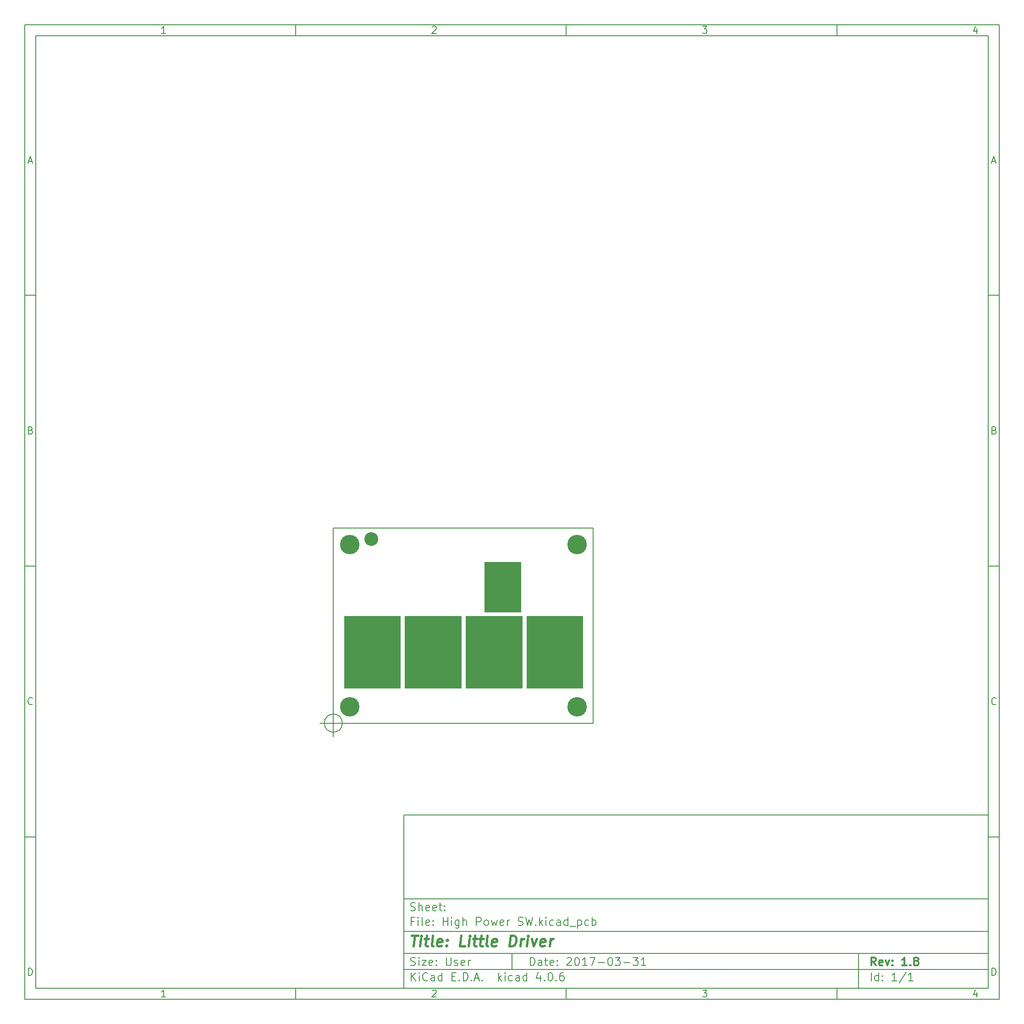
<source format=gbr>
G04 #@! TF.FileFunction,Soldermask,Bot*
%FSLAX46Y46*%
G04 Gerber Fmt 4.6, Leading zero omitted, Abs format (unit mm)*
G04 Created by KiCad (PCBNEW 4.0.6) date 04/01/17 14:44:56*
%MOMM*%
%LPD*%
G01*
G04 APERTURE LIST*
%ADD10C,0.100000*%
%ADD11C,0.150000*%
%ADD12C,0.300000*%
%ADD13C,0.400000*%
%ADD14C,3.600000*%
%ADD15C,2.540000*%
%ADD16R,6.900000X9.400000*%
%ADD17R,1.900000X1.900000*%
%ADD18R,5.400000X5.400000*%
%ADD19R,5.400000X4.400000*%
G04 APERTURE END LIST*
D10*
D11*
X79999600Y-155999600D02*
X79999600Y-187999600D01*
X187999600Y-187999600D01*
X187999600Y-155999600D01*
X79999600Y-155999600D01*
D10*
D11*
X10000000Y-10000000D02*
X10000000Y-189999600D01*
X189999600Y-189999600D01*
X189999600Y-10000000D01*
X10000000Y-10000000D01*
D10*
D11*
X12000000Y-12000000D02*
X12000000Y-187999600D01*
X187999600Y-187999600D01*
X187999600Y-12000000D01*
X12000000Y-12000000D01*
D10*
D11*
X60000000Y-12000000D02*
X60000000Y-10000000D01*
D10*
D11*
X110000000Y-12000000D02*
X110000000Y-10000000D01*
D10*
D11*
X160000000Y-12000000D02*
X160000000Y-10000000D01*
D10*
D11*
X35990476Y-11588095D02*
X35247619Y-11588095D01*
X35619048Y-11588095D02*
X35619048Y-10288095D01*
X35495238Y-10473810D01*
X35371429Y-10597619D01*
X35247619Y-10659524D01*
D10*
D11*
X85247619Y-10411905D02*
X85309524Y-10350000D01*
X85433333Y-10288095D01*
X85742857Y-10288095D01*
X85866667Y-10350000D01*
X85928571Y-10411905D01*
X85990476Y-10535714D01*
X85990476Y-10659524D01*
X85928571Y-10845238D01*
X85185714Y-11588095D01*
X85990476Y-11588095D01*
D10*
D11*
X135185714Y-10288095D02*
X135990476Y-10288095D01*
X135557143Y-10783333D01*
X135742857Y-10783333D01*
X135866667Y-10845238D01*
X135928571Y-10907143D01*
X135990476Y-11030952D01*
X135990476Y-11340476D01*
X135928571Y-11464286D01*
X135866667Y-11526190D01*
X135742857Y-11588095D01*
X135371429Y-11588095D01*
X135247619Y-11526190D01*
X135185714Y-11464286D01*
D10*
D11*
X185866667Y-10721429D02*
X185866667Y-11588095D01*
X185557143Y-10226190D02*
X185247619Y-11154762D01*
X186052381Y-11154762D01*
D10*
D11*
X60000000Y-187999600D02*
X60000000Y-189999600D01*
D10*
D11*
X110000000Y-187999600D02*
X110000000Y-189999600D01*
D10*
D11*
X160000000Y-187999600D02*
X160000000Y-189999600D01*
D10*
D11*
X35990476Y-189587695D02*
X35247619Y-189587695D01*
X35619048Y-189587695D02*
X35619048Y-188287695D01*
X35495238Y-188473410D01*
X35371429Y-188597219D01*
X35247619Y-188659124D01*
D10*
D11*
X85247619Y-188411505D02*
X85309524Y-188349600D01*
X85433333Y-188287695D01*
X85742857Y-188287695D01*
X85866667Y-188349600D01*
X85928571Y-188411505D01*
X85990476Y-188535314D01*
X85990476Y-188659124D01*
X85928571Y-188844838D01*
X85185714Y-189587695D01*
X85990476Y-189587695D01*
D10*
D11*
X135185714Y-188287695D02*
X135990476Y-188287695D01*
X135557143Y-188782933D01*
X135742857Y-188782933D01*
X135866667Y-188844838D01*
X135928571Y-188906743D01*
X135990476Y-189030552D01*
X135990476Y-189340076D01*
X135928571Y-189463886D01*
X135866667Y-189525790D01*
X135742857Y-189587695D01*
X135371429Y-189587695D01*
X135247619Y-189525790D01*
X135185714Y-189463886D01*
D10*
D11*
X185866667Y-188721029D02*
X185866667Y-189587695D01*
X185557143Y-188225790D02*
X185247619Y-189154362D01*
X186052381Y-189154362D01*
D10*
D11*
X10000000Y-60000000D02*
X12000000Y-60000000D01*
D10*
D11*
X10000000Y-110000000D02*
X12000000Y-110000000D01*
D10*
D11*
X10000000Y-160000000D02*
X12000000Y-160000000D01*
D10*
D11*
X10690476Y-35216667D02*
X11309524Y-35216667D01*
X10566667Y-35588095D02*
X11000000Y-34288095D01*
X11433333Y-35588095D01*
D10*
D11*
X11092857Y-84907143D02*
X11278571Y-84969048D01*
X11340476Y-85030952D01*
X11402381Y-85154762D01*
X11402381Y-85340476D01*
X11340476Y-85464286D01*
X11278571Y-85526190D01*
X11154762Y-85588095D01*
X10659524Y-85588095D01*
X10659524Y-84288095D01*
X11092857Y-84288095D01*
X11216667Y-84350000D01*
X11278571Y-84411905D01*
X11340476Y-84535714D01*
X11340476Y-84659524D01*
X11278571Y-84783333D01*
X11216667Y-84845238D01*
X11092857Y-84907143D01*
X10659524Y-84907143D01*
D10*
D11*
X11402381Y-135464286D02*
X11340476Y-135526190D01*
X11154762Y-135588095D01*
X11030952Y-135588095D01*
X10845238Y-135526190D01*
X10721429Y-135402381D01*
X10659524Y-135278571D01*
X10597619Y-135030952D01*
X10597619Y-134845238D01*
X10659524Y-134597619D01*
X10721429Y-134473810D01*
X10845238Y-134350000D01*
X11030952Y-134288095D01*
X11154762Y-134288095D01*
X11340476Y-134350000D01*
X11402381Y-134411905D01*
D10*
D11*
X10659524Y-185588095D02*
X10659524Y-184288095D01*
X10969048Y-184288095D01*
X11154762Y-184350000D01*
X11278571Y-184473810D01*
X11340476Y-184597619D01*
X11402381Y-184845238D01*
X11402381Y-185030952D01*
X11340476Y-185278571D01*
X11278571Y-185402381D01*
X11154762Y-185526190D01*
X10969048Y-185588095D01*
X10659524Y-185588095D01*
D10*
D11*
X189999600Y-60000000D02*
X187999600Y-60000000D01*
D10*
D11*
X189999600Y-110000000D02*
X187999600Y-110000000D01*
D10*
D11*
X189999600Y-160000000D02*
X187999600Y-160000000D01*
D10*
D11*
X188690076Y-35216667D02*
X189309124Y-35216667D01*
X188566267Y-35588095D02*
X188999600Y-34288095D01*
X189432933Y-35588095D01*
D10*
D11*
X189092457Y-84907143D02*
X189278171Y-84969048D01*
X189340076Y-85030952D01*
X189401981Y-85154762D01*
X189401981Y-85340476D01*
X189340076Y-85464286D01*
X189278171Y-85526190D01*
X189154362Y-85588095D01*
X188659124Y-85588095D01*
X188659124Y-84288095D01*
X189092457Y-84288095D01*
X189216267Y-84350000D01*
X189278171Y-84411905D01*
X189340076Y-84535714D01*
X189340076Y-84659524D01*
X189278171Y-84783333D01*
X189216267Y-84845238D01*
X189092457Y-84907143D01*
X188659124Y-84907143D01*
D10*
D11*
X189401981Y-135464286D02*
X189340076Y-135526190D01*
X189154362Y-135588095D01*
X189030552Y-135588095D01*
X188844838Y-135526190D01*
X188721029Y-135402381D01*
X188659124Y-135278571D01*
X188597219Y-135030952D01*
X188597219Y-134845238D01*
X188659124Y-134597619D01*
X188721029Y-134473810D01*
X188844838Y-134350000D01*
X189030552Y-134288095D01*
X189154362Y-134288095D01*
X189340076Y-134350000D01*
X189401981Y-134411905D01*
D10*
D11*
X188659124Y-185588095D02*
X188659124Y-184288095D01*
X188968648Y-184288095D01*
X189154362Y-184350000D01*
X189278171Y-184473810D01*
X189340076Y-184597619D01*
X189401981Y-184845238D01*
X189401981Y-185030952D01*
X189340076Y-185278571D01*
X189278171Y-185402381D01*
X189154362Y-185526190D01*
X188968648Y-185588095D01*
X188659124Y-185588095D01*
D10*
D11*
X103356743Y-183778171D02*
X103356743Y-182278171D01*
X103713886Y-182278171D01*
X103928171Y-182349600D01*
X104071029Y-182492457D01*
X104142457Y-182635314D01*
X104213886Y-182921029D01*
X104213886Y-183135314D01*
X104142457Y-183421029D01*
X104071029Y-183563886D01*
X103928171Y-183706743D01*
X103713886Y-183778171D01*
X103356743Y-183778171D01*
X105499600Y-183778171D02*
X105499600Y-182992457D01*
X105428171Y-182849600D01*
X105285314Y-182778171D01*
X104999600Y-182778171D01*
X104856743Y-182849600D01*
X105499600Y-183706743D02*
X105356743Y-183778171D01*
X104999600Y-183778171D01*
X104856743Y-183706743D01*
X104785314Y-183563886D01*
X104785314Y-183421029D01*
X104856743Y-183278171D01*
X104999600Y-183206743D01*
X105356743Y-183206743D01*
X105499600Y-183135314D01*
X105999600Y-182778171D02*
X106571029Y-182778171D01*
X106213886Y-182278171D02*
X106213886Y-183563886D01*
X106285314Y-183706743D01*
X106428172Y-183778171D01*
X106571029Y-183778171D01*
X107642457Y-183706743D02*
X107499600Y-183778171D01*
X107213886Y-183778171D01*
X107071029Y-183706743D01*
X106999600Y-183563886D01*
X106999600Y-182992457D01*
X107071029Y-182849600D01*
X107213886Y-182778171D01*
X107499600Y-182778171D01*
X107642457Y-182849600D01*
X107713886Y-182992457D01*
X107713886Y-183135314D01*
X106999600Y-183278171D01*
X108356743Y-183635314D02*
X108428171Y-183706743D01*
X108356743Y-183778171D01*
X108285314Y-183706743D01*
X108356743Y-183635314D01*
X108356743Y-183778171D01*
X108356743Y-182849600D02*
X108428171Y-182921029D01*
X108356743Y-182992457D01*
X108285314Y-182921029D01*
X108356743Y-182849600D01*
X108356743Y-182992457D01*
X110142457Y-182421029D02*
X110213886Y-182349600D01*
X110356743Y-182278171D01*
X110713886Y-182278171D01*
X110856743Y-182349600D01*
X110928172Y-182421029D01*
X110999600Y-182563886D01*
X110999600Y-182706743D01*
X110928172Y-182921029D01*
X110071029Y-183778171D01*
X110999600Y-183778171D01*
X111928171Y-182278171D02*
X112071028Y-182278171D01*
X112213885Y-182349600D01*
X112285314Y-182421029D01*
X112356743Y-182563886D01*
X112428171Y-182849600D01*
X112428171Y-183206743D01*
X112356743Y-183492457D01*
X112285314Y-183635314D01*
X112213885Y-183706743D01*
X112071028Y-183778171D01*
X111928171Y-183778171D01*
X111785314Y-183706743D01*
X111713885Y-183635314D01*
X111642457Y-183492457D01*
X111571028Y-183206743D01*
X111571028Y-182849600D01*
X111642457Y-182563886D01*
X111713885Y-182421029D01*
X111785314Y-182349600D01*
X111928171Y-182278171D01*
X113856742Y-183778171D02*
X112999599Y-183778171D01*
X113428171Y-183778171D02*
X113428171Y-182278171D01*
X113285314Y-182492457D01*
X113142456Y-182635314D01*
X112999599Y-182706743D01*
X114356742Y-182278171D02*
X115356742Y-182278171D01*
X114713885Y-183778171D01*
X115928170Y-183206743D02*
X117071027Y-183206743D01*
X118071027Y-182278171D02*
X118213884Y-182278171D01*
X118356741Y-182349600D01*
X118428170Y-182421029D01*
X118499599Y-182563886D01*
X118571027Y-182849600D01*
X118571027Y-183206743D01*
X118499599Y-183492457D01*
X118428170Y-183635314D01*
X118356741Y-183706743D01*
X118213884Y-183778171D01*
X118071027Y-183778171D01*
X117928170Y-183706743D01*
X117856741Y-183635314D01*
X117785313Y-183492457D01*
X117713884Y-183206743D01*
X117713884Y-182849600D01*
X117785313Y-182563886D01*
X117856741Y-182421029D01*
X117928170Y-182349600D01*
X118071027Y-182278171D01*
X119071027Y-182278171D02*
X119999598Y-182278171D01*
X119499598Y-182849600D01*
X119713884Y-182849600D01*
X119856741Y-182921029D01*
X119928170Y-182992457D01*
X119999598Y-183135314D01*
X119999598Y-183492457D01*
X119928170Y-183635314D01*
X119856741Y-183706743D01*
X119713884Y-183778171D01*
X119285312Y-183778171D01*
X119142455Y-183706743D01*
X119071027Y-183635314D01*
X120642455Y-183206743D02*
X121785312Y-183206743D01*
X122356741Y-182278171D02*
X123285312Y-182278171D01*
X122785312Y-182849600D01*
X122999598Y-182849600D01*
X123142455Y-182921029D01*
X123213884Y-182992457D01*
X123285312Y-183135314D01*
X123285312Y-183492457D01*
X123213884Y-183635314D01*
X123142455Y-183706743D01*
X122999598Y-183778171D01*
X122571026Y-183778171D01*
X122428169Y-183706743D01*
X122356741Y-183635314D01*
X124713883Y-183778171D02*
X123856740Y-183778171D01*
X124285312Y-183778171D02*
X124285312Y-182278171D01*
X124142455Y-182492457D01*
X123999597Y-182635314D01*
X123856740Y-182706743D01*
D10*
D11*
X79999600Y-184499600D02*
X187999600Y-184499600D01*
D10*
D11*
X81356743Y-186578171D02*
X81356743Y-185078171D01*
X82213886Y-186578171D02*
X81571029Y-185721029D01*
X82213886Y-185078171D02*
X81356743Y-185935314D01*
X82856743Y-186578171D02*
X82856743Y-185578171D01*
X82856743Y-185078171D02*
X82785314Y-185149600D01*
X82856743Y-185221029D01*
X82928171Y-185149600D01*
X82856743Y-185078171D01*
X82856743Y-185221029D01*
X84428172Y-186435314D02*
X84356743Y-186506743D01*
X84142457Y-186578171D01*
X83999600Y-186578171D01*
X83785315Y-186506743D01*
X83642457Y-186363886D01*
X83571029Y-186221029D01*
X83499600Y-185935314D01*
X83499600Y-185721029D01*
X83571029Y-185435314D01*
X83642457Y-185292457D01*
X83785315Y-185149600D01*
X83999600Y-185078171D01*
X84142457Y-185078171D01*
X84356743Y-185149600D01*
X84428172Y-185221029D01*
X85713886Y-186578171D02*
X85713886Y-185792457D01*
X85642457Y-185649600D01*
X85499600Y-185578171D01*
X85213886Y-185578171D01*
X85071029Y-185649600D01*
X85713886Y-186506743D02*
X85571029Y-186578171D01*
X85213886Y-186578171D01*
X85071029Y-186506743D01*
X84999600Y-186363886D01*
X84999600Y-186221029D01*
X85071029Y-186078171D01*
X85213886Y-186006743D01*
X85571029Y-186006743D01*
X85713886Y-185935314D01*
X87071029Y-186578171D02*
X87071029Y-185078171D01*
X87071029Y-186506743D02*
X86928172Y-186578171D01*
X86642458Y-186578171D01*
X86499600Y-186506743D01*
X86428172Y-186435314D01*
X86356743Y-186292457D01*
X86356743Y-185863886D01*
X86428172Y-185721029D01*
X86499600Y-185649600D01*
X86642458Y-185578171D01*
X86928172Y-185578171D01*
X87071029Y-185649600D01*
X88928172Y-185792457D02*
X89428172Y-185792457D01*
X89642458Y-186578171D02*
X88928172Y-186578171D01*
X88928172Y-185078171D01*
X89642458Y-185078171D01*
X90285315Y-186435314D02*
X90356743Y-186506743D01*
X90285315Y-186578171D01*
X90213886Y-186506743D01*
X90285315Y-186435314D01*
X90285315Y-186578171D01*
X90999601Y-186578171D02*
X90999601Y-185078171D01*
X91356744Y-185078171D01*
X91571029Y-185149600D01*
X91713887Y-185292457D01*
X91785315Y-185435314D01*
X91856744Y-185721029D01*
X91856744Y-185935314D01*
X91785315Y-186221029D01*
X91713887Y-186363886D01*
X91571029Y-186506743D01*
X91356744Y-186578171D01*
X90999601Y-186578171D01*
X92499601Y-186435314D02*
X92571029Y-186506743D01*
X92499601Y-186578171D01*
X92428172Y-186506743D01*
X92499601Y-186435314D01*
X92499601Y-186578171D01*
X93142458Y-186149600D02*
X93856744Y-186149600D01*
X92999601Y-186578171D02*
X93499601Y-185078171D01*
X93999601Y-186578171D01*
X94499601Y-186435314D02*
X94571029Y-186506743D01*
X94499601Y-186578171D01*
X94428172Y-186506743D01*
X94499601Y-186435314D01*
X94499601Y-186578171D01*
X97499601Y-186578171D02*
X97499601Y-185078171D01*
X97642458Y-186006743D02*
X98071029Y-186578171D01*
X98071029Y-185578171D02*
X97499601Y-186149600D01*
X98713887Y-186578171D02*
X98713887Y-185578171D01*
X98713887Y-185078171D02*
X98642458Y-185149600D01*
X98713887Y-185221029D01*
X98785315Y-185149600D01*
X98713887Y-185078171D01*
X98713887Y-185221029D01*
X100071030Y-186506743D02*
X99928173Y-186578171D01*
X99642459Y-186578171D01*
X99499601Y-186506743D01*
X99428173Y-186435314D01*
X99356744Y-186292457D01*
X99356744Y-185863886D01*
X99428173Y-185721029D01*
X99499601Y-185649600D01*
X99642459Y-185578171D01*
X99928173Y-185578171D01*
X100071030Y-185649600D01*
X101356744Y-186578171D02*
X101356744Y-185792457D01*
X101285315Y-185649600D01*
X101142458Y-185578171D01*
X100856744Y-185578171D01*
X100713887Y-185649600D01*
X101356744Y-186506743D02*
X101213887Y-186578171D01*
X100856744Y-186578171D01*
X100713887Y-186506743D01*
X100642458Y-186363886D01*
X100642458Y-186221029D01*
X100713887Y-186078171D01*
X100856744Y-186006743D01*
X101213887Y-186006743D01*
X101356744Y-185935314D01*
X102713887Y-186578171D02*
X102713887Y-185078171D01*
X102713887Y-186506743D02*
X102571030Y-186578171D01*
X102285316Y-186578171D01*
X102142458Y-186506743D01*
X102071030Y-186435314D01*
X101999601Y-186292457D01*
X101999601Y-185863886D01*
X102071030Y-185721029D01*
X102142458Y-185649600D01*
X102285316Y-185578171D01*
X102571030Y-185578171D01*
X102713887Y-185649600D01*
X105213887Y-185578171D02*
X105213887Y-186578171D01*
X104856744Y-185006743D02*
X104499601Y-186078171D01*
X105428173Y-186078171D01*
X105999601Y-186435314D02*
X106071029Y-186506743D01*
X105999601Y-186578171D01*
X105928172Y-186506743D01*
X105999601Y-186435314D01*
X105999601Y-186578171D01*
X106999601Y-185078171D02*
X107142458Y-185078171D01*
X107285315Y-185149600D01*
X107356744Y-185221029D01*
X107428173Y-185363886D01*
X107499601Y-185649600D01*
X107499601Y-186006743D01*
X107428173Y-186292457D01*
X107356744Y-186435314D01*
X107285315Y-186506743D01*
X107142458Y-186578171D01*
X106999601Y-186578171D01*
X106856744Y-186506743D01*
X106785315Y-186435314D01*
X106713887Y-186292457D01*
X106642458Y-186006743D01*
X106642458Y-185649600D01*
X106713887Y-185363886D01*
X106785315Y-185221029D01*
X106856744Y-185149600D01*
X106999601Y-185078171D01*
X108142458Y-186435314D02*
X108213886Y-186506743D01*
X108142458Y-186578171D01*
X108071029Y-186506743D01*
X108142458Y-186435314D01*
X108142458Y-186578171D01*
X109499601Y-185078171D02*
X109213887Y-185078171D01*
X109071030Y-185149600D01*
X108999601Y-185221029D01*
X108856744Y-185435314D01*
X108785315Y-185721029D01*
X108785315Y-186292457D01*
X108856744Y-186435314D01*
X108928172Y-186506743D01*
X109071030Y-186578171D01*
X109356744Y-186578171D01*
X109499601Y-186506743D01*
X109571030Y-186435314D01*
X109642458Y-186292457D01*
X109642458Y-185935314D01*
X109571030Y-185792457D01*
X109499601Y-185721029D01*
X109356744Y-185649600D01*
X109071030Y-185649600D01*
X108928172Y-185721029D01*
X108856744Y-185792457D01*
X108785315Y-185935314D01*
D10*
D11*
X79999600Y-181499600D02*
X187999600Y-181499600D01*
D10*
D12*
X167213886Y-183778171D02*
X166713886Y-183063886D01*
X166356743Y-183778171D02*
X166356743Y-182278171D01*
X166928171Y-182278171D01*
X167071029Y-182349600D01*
X167142457Y-182421029D01*
X167213886Y-182563886D01*
X167213886Y-182778171D01*
X167142457Y-182921029D01*
X167071029Y-182992457D01*
X166928171Y-183063886D01*
X166356743Y-183063886D01*
X168428171Y-183706743D02*
X168285314Y-183778171D01*
X167999600Y-183778171D01*
X167856743Y-183706743D01*
X167785314Y-183563886D01*
X167785314Y-182992457D01*
X167856743Y-182849600D01*
X167999600Y-182778171D01*
X168285314Y-182778171D01*
X168428171Y-182849600D01*
X168499600Y-182992457D01*
X168499600Y-183135314D01*
X167785314Y-183278171D01*
X168999600Y-182778171D02*
X169356743Y-183778171D01*
X169713885Y-182778171D01*
X170285314Y-183635314D02*
X170356742Y-183706743D01*
X170285314Y-183778171D01*
X170213885Y-183706743D01*
X170285314Y-183635314D01*
X170285314Y-183778171D01*
X170285314Y-182849600D02*
X170356742Y-182921029D01*
X170285314Y-182992457D01*
X170213885Y-182921029D01*
X170285314Y-182849600D01*
X170285314Y-182992457D01*
X172928171Y-183778171D02*
X172071028Y-183778171D01*
X172499600Y-183778171D02*
X172499600Y-182278171D01*
X172356743Y-182492457D01*
X172213885Y-182635314D01*
X172071028Y-182706743D01*
X173571028Y-183635314D02*
X173642456Y-183706743D01*
X173571028Y-183778171D01*
X173499599Y-183706743D01*
X173571028Y-183635314D01*
X173571028Y-183778171D01*
X174499600Y-182921029D02*
X174356742Y-182849600D01*
X174285314Y-182778171D01*
X174213885Y-182635314D01*
X174213885Y-182563886D01*
X174285314Y-182421029D01*
X174356742Y-182349600D01*
X174499600Y-182278171D01*
X174785314Y-182278171D01*
X174928171Y-182349600D01*
X174999600Y-182421029D01*
X175071028Y-182563886D01*
X175071028Y-182635314D01*
X174999600Y-182778171D01*
X174928171Y-182849600D01*
X174785314Y-182921029D01*
X174499600Y-182921029D01*
X174356742Y-182992457D01*
X174285314Y-183063886D01*
X174213885Y-183206743D01*
X174213885Y-183492457D01*
X174285314Y-183635314D01*
X174356742Y-183706743D01*
X174499600Y-183778171D01*
X174785314Y-183778171D01*
X174928171Y-183706743D01*
X174999600Y-183635314D01*
X175071028Y-183492457D01*
X175071028Y-183206743D01*
X174999600Y-183063886D01*
X174928171Y-182992457D01*
X174785314Y-182921029D01*
D10*
D11*
X81285314Y-183706743D02*
X81499600Y-183778171D01*
X81856743Y-183778171D01*
X81999600Y-183706743D01*
X82071029Y-183635314D01*
X82142457Y-183492457D01*
X82142457Y-183349600D01*
X82071029Y-183206743D01*
X81999600Y-183135314D01*
X81856743Y-183063886D01*
X81571029Y-182992457D01*
X81428171Y-182921029D01*
X81356743Y-182849600D01*
X81285314Y-182706743D01*
X81285314Y-182563886D01*
X81356743Y-182421029D01*
X81428171Y-182349600D01*
X81571029Y-182278171D01*
X81928171Y-182278171D01*
X82142457Y-182349600D01*
X82785314Y-183778171D02*
X82785314Y-182778171D01*
X82785314Y-182278171D02*
X82713885Y-182349600D01*
X82785314Y-182421029D01*
X82856742Y-182349600D01*
X82785314Y-182278171D01*
X82785314Y-182421029D01*
X83356743Y-182778171D02*
X84142457Y-182778171D01*
X83356743Y-183778171D01*
X84142457Y-183778171D01*
X85285314Y-183706743D02*
X85142457Y-183778171D01*
X84856743Y-183778171D01*
X84713886Y-183706743D01*
X84642457Y-183563886D01*
X84642457Y-182992457D01*
X84713886Y-182849600D01*
X84856743Y-182778171D01*
X85142457Y-182778171D01*
X85285314Y-182849600D01*
X85356743Y-182992457D01*
X85356743Y-183135314D01*
X84642457Y-183278171D01*
X85999600Y-183635314D02*
X86071028Y-183706743D01*
X85999600Y-183778171D01*
X85928171Y-183706743D01*
X85999600Y-183635314D01*
X85999600Y-183778171D01*
X85999600Y-182849600D02*
X86071028Y-182921029D01*
X85999600Y-182992457D01*
X85928171Y-182921029D01*
X85999600Y-182849600D01*
X85999600Y-182992457D01*
X87856743Y-182278171D02*
X87856743Y-183492457D01*
X87928171Y-183635314D01*
X87999600Y-183706743D01*
X88142457Y-183778171D01*
X88428171Y-183778171D01*
X88571029Y-183706743D01*
X88642457Y-183635314D01*
X88713886Y-183492457D01*
X88713886Y-182278171D01*
X89356743Y-183706743D02*
X89499600Y-183778171D01*
X89785315Y-183778171D01*
X89928172Y-183706743D01*
X89999600Y-183563886D01*
X89999600Y-183492457D01*
X89928172Y-183349600D01*
X89785315Y-183278171D01*
X89571029Y-183278171D01*
X89428172Y-183206743D01*
X89356743Y-183063886D01*
X89356743Y-182992457D01*
X89428172Y-182849600D01*
X89571029Y-182778171D01*
X89785315Y-182778171D01*
X89928172Y-182849600D01*
X91213886Y-183706743D02*
X91071029Y-183778171D01*
X90785315Y-183778171D01*
X90642458Y-183706743D01*
X90571029Y-183563886D01*
X90571029Y-182992457D01*
X90642458Y-182849600D01*
X90785315Y-182778171D01*
X91071029Y-182778171D01*
X91213886Y-182849600D01*
X91285315Y-182992457D01*
X91285315Y-183135314D01*
X90571029Y-183278171D01*
X91928172Y-183778171D02*
X91928172Y-182778171D01*
X91928172Y-183063886D02*
X91999600Y-182921029D01*
X92071029Y-182849600D01*
X92213886Y-182778171D01*
X92356743Y-182778171D01*
D10*
D11*
X166356743Y-186578171D02*
X166356743Y-185078171D01*
X167713886Y-186578171D02*
X167713886Y-185078171D01*
X167713886Y-186506743D02*
X167571029Y-186578171D01*
X167285315Y-186578171D01*
X167142457Y-186506743D01*
X167071029Y-186435314D01*
X166999600Y-186292457D01*
X166999600Y-185863886D01*
X167071029Y-185721029D01*
X167142457Y-185649600D01*
X167285315Y-185578171D01*
X167571029Y-185578171D01*
X167713886Y-185649600D01*
X168428172Y-186435314D02*
X168499600Y-186506743D01*
X168428172Y-186578171D01*
X168356743Y-186506743D01*
X168428172Y-186435314D01*
X168428172Y-186578171D01*
X168428172Y-185649600D02*
X168499600Y-185721029D01*
X168428172Y-185792457D01*
X168356743Y-185721029D01*
X168428172Y-185649600D01*
X168428172Y-185792457D01*
X171071029Y-186578171D02*
X170213886Y-186578171D01*
X170642458Y-186578171D02*
X170642458Y-185078171D01*
X170499601Y-185292457D01*
X170356743Y-185435314D01*
X170213886Y-185506743D01*
X172785314Y-185006743D02*
X171499600Y-186935314D01*
X174071029Y-186578171D02*
X173213886Y-186578171D01*
X173642458Y-186578171D02*
X173642458Y-185078171D01*
X173499601Y-185292457D01*
X173356743Y-185435314D01*
X173213886Y-185506743D01*
D10*
D11*
X79999600Y-177499600D02*
X187999600Y-177499600D01*
D10*
D13*
X81451981Y-178204362D02*
X82594838Y-178204362D01*
X81773410Y-180204362D02*
X82023410Y-178204362D01*
X83011505Y-180204362D02*
X83178171Y-178871029D01*
X83261505Y-178204362D02*
X83154362Y-178299600D01*
X83237695Y-178394838D01*
X83344839Y-178299600D01*
X83261505Y-178204362D01*
X83237695Y-178394838D01*
X83844838Y-178871029D02*
X84606743Y-178871029D01*
X84213886Y-178204362D02*
X83999600Y-179918648D01*
X84071030Y-180109124D01*
X84249601Y-180204362D01*
X84440077Y-180204362D01*
X85392458Y-180204362D02*
X85213887Y-180109124D01*
X85142457Y-179918648D01*
X85356743Y-178204362D01*
X86928172Y-180109124D02*
X86725791Y-180204362D01*
X86344839Y-180204362D01*
X86166267Y-180109124D01*
X86094838Y-179918648D01*
X86190076Y-179156743D01*
X86309124Y-178966267D01*
X86511505Y-178871029D01*
X86892457Y-178871029D01*
X87071029Y-178966267D01*
X87142457Y-179156743D01*
X87118648Y-179347219D01*
X86142457Y-179537695D01*
X87892457Y-180013886D02*
X87975792Y-180109124D01*
X87868648Y-180204362D01*
X87785315Y-180109124D01*
X87892457Y-180013886D01*
X87868648Y-180204362D01*
X88023410Y-178966267D02*
X88106744Y-179061505D01*
X87999600Y-179156743D01*
X87916267Y-179061505D01*
X88023410Y-178966267D01*
X87999600Y-179156743D01*
X91297220Y-180204362D02*
X90344839Y-180204362D01*
X90594839Y-178204362D01*
X91963887Y-180204362D02*
X92130553Y-178871029D01*
X92213887Y-178204362D02*
X92106744Y-178299600D01*
X92190077Y-178394838D01*
X92297221Y-178299600D01*
X92213887Y-178204362D01*
X92190077Y-178394838D01*
X92797220Y-178871029D02*
X93559125Y-178871029D01*
X93166268Y-178204362D02*
X92951982Y-179918648D01*
X93023412Y-180109124D01*
X93201983Y-180204362D01*
X93392459Y-180204362D01*
X93940077Y-178871029D02*
X94701982Y-178871029D01*
X94309125Y-178204362D02*
X94094839Y-179918648D01*
X94166269Y-180109124D01*
X94344840Y-180204362D01*
X94535316Y-180204362D01*
X95487697Y-180204362D02*
X95309126Y-180109124D01*
X95237696Y-179918648D01*
X95451982Y-178204362D01*
X97023411Y-180109124D02*
X96821030Y-180204362D01*
X96440078Y-180204362D01*
X96261506Y-180109124D01*
X96190077Y-179918648D01*
X96285315Y-179156743D01*
X96404363Y-178966267D01*
X96606744Y-178871029D01*
X96987696Y-178871029D01*
X97166268Y-178966267D01*
X97237696Y-179156743D01*
X97213887Y-179347219D01*
X96237696Y-179537695D01*
X99487697Y-180204362D02*
X99737697Y-178204362D01*
X100213888Y-178204362D01*
X100487697Y-178299600D01*
X100654364Y-178490076D01*
X100725793Y-178680552D01*
X100773412Y-179061505D01*
X100737698Y-179347219D01*
X100594841Y-179728171D01*
X100475792Y-179918648D01*
X100261507Y-180109124D01*
X99963888Y-180204362D01*
X99487697Y-180204362D01*
X101487697Y-180204362D02*
X101654363Y-178871029D01*
X101606744Y-179251981D02*
X101725793Y-179061505D01*
X101832936Y-178966267D01*
X102035316Y-178871029D01*
X102225792Y-178871029D01*
X102725792Y-180204362D02*
X102892458Y-178871029D01*
X102975792Y-178204362D02*
X102868649Y-178299600D01*
X102951982Y-178394838D01*
X103059126Y-178299600D01*
X102975792Y-178204362D01*
X102951982Y-178394838D01*
X103654363Y-178871029D02*
X103963888Y-180204362D01*
X104606744Y-178871029D01*
X105975793Y-180109124D02*
X105773412Y-180204362D01*
X105392460Y-180204362D01*
X105213888Y-180109124D01*
X105142459Y-179918648D01*
X105237697Y-179156743D01*
X105356745Y-178966267D01*
X105559126Y-178871029D01*
X105940078Y-178871029D01*
X106118650Y-178966267D01*
X106190078Y-179156743D01*
X106166269Y-179347219D01*
X105190078Y-179537695D01*
X106916269Y-180204362D02*
X107082935Y-178871029D01*
X107035316Y-179251981D02*
X107154365Y-179061505D01*
X107261508Y-178966267D01*
X107463888Y-178871029D01*
X107654364Y-178871029D01*
D10*
D11*
X81856743Y-175592457D02*
X81356743Y-175592457D01*
X81356743Y-176378171D02*
X81356743Y-174878171D01*
X82071029Y-174878171D01*
X82642457Y-176378171D02*
X82642457Y-175378171D01*
X82642457Y-174878171D02*
X82571028Y-174949600D01*
X82642457Y-175021029D01*
X82713885Y-174949600D01*
X82642457Y-174878171D01*
X82642457Y-175021029D01*
X83571029Y-176378171D02*
X83428171Y-176306743D01*
X83356743Y-176163886D01*
X83356743Y-174878171D01*
X84713885Y-176306743D02*
X84571028Y-176378171D01*
X84285314Y-176378171D01*
X84142457Y-176306743D01*
X84071028Y-176163886D01*
X84071028Y-175592457D01*
X84142457Y-175449600D01*
X84285314Y-175378171D01*
X84571028Y-175378171D01*
X84713885Y-175449600D01*
X84785314Y-175592457D01*
X84785314Y-175735314D01*
X84071028Y-175878171D01*
X85428171Y-176235314D02*
X85499599Y-176306743D01*
X85428171Y-176378171D01*
X85356742Y-176306743D01*
X85428171Y-176235314D01*
X85428171Y-176378171D01*
X85428171Y-175449600D02*
X85499599Y-175521029D01*
X85428171Y-175592457D01*
X85356742Y-175521029D01*
X85428171Y-175449600D01*
X85428171Y-175592457D01*
X87285314Y-176378171D02*
X87285314Y-174878171D01*
X87285314Y-175592457D02*
X88142457Y-175592457D01*
X88142457Y-176378171D02*
X88142457Y-174878171D01*
X88856743Y-176378171D02*
X88856743Y-175378171D01*
X88856743Y-174878171D02*
X88785314Y-174949600D01*
X88856743Y-175021029D01*
X88928171Y-174949600D01*
X88856743Y-174878171D01*
X88856743Y-175021029D01*
X90213886Y-175378171D02*
X90213886Y-176592457D01*
X90142457Y-176735314D01*
X90071029Y-176806743D01*
X89928172Y-176878171D01*
X89713886Y-176878171D01*
X89571029Y-176806743D01*
X90213886Y-176306743D02*
X90071029Y-176378171D01*
X89785315Y-176378171D01*
X89642457Y-176306743D01*
X89571029Y-176235314D01*
X89499600Y-176092457D01*
X89499600Y-175663886D01*
X89571029Y-175521029D01*
X89642457Y-175449600D01*
X89785315Y-175378171D01*
X90071029Y-175378171D01*
X90213886Y-175449600D01*
X90928172Y-176378171D02*
X90928172Y-174878171D01*
X91571029Y-176378171D02*
X91571029Y-175592457D01*
X91499600Y-175449600D01*
X91356743Y-175378171D01*
X91142458Y-175378171D01*
X90999600Y-175449600D01*
X90928172Y-175521029D01*
X93428172Y-176378171D02*
X93428172Y-174878171D01*
X93999600Y-174878171D01*
X94142458Y-174949600D01*
X94213886Y-175021029D01*
X94285315Y-175163886D01*
X94285315Y-175378171D01*
X94213886Y-175521029D01*
X94142458Y-175592457D01*
X93999600Y-175663886D01*
X93428172Y-175663886D01*
X95142458Y-176378171D02*
X94999600Y-176306743D01*
X94928172Y-176235314D01*
X94856743Y-176092457D01*
X94856743Y-175663886D01*
X94928172Y-175521029D01*
X94999600Y-175449600D01*
X95142458Y-175378171D01*
X95356743Y-175378171D01*
X95499600Y-175449600D01*
X95571029Y-175521029D01*
X95642458Y-175663886D01*
X95642458Y-176092457D01*
X95571029Y-176235314D01*
X95499600Y-176306743D01*
X95356743Y-176378171D01*
X95142458Y-176378171D01*
X96142458Y-175378171D02*
X96428172Y-176378171D01*
X96713886Y-175663886D01*
X96999601Y-176378171D01*
X97285315Y-175378171D01*
X98428172Y-176306743D02*
X98285315Y-176378171D01*
X97999601Y-176378171D01*
X97856744Y-176306743D01*
X97785315Y-176163886D01*
X97785315Y-175592457D01*
X97856744Y-175449600D01*
X97999601Y-175378171D01*
X98285315Y-175378171D01*
X98428172Y-175449600D01*
X98499601Y-175592457D01*
X98499601Y-175735314D01*
X97785315Y-175878171D01*
X99142458Y-176378171D02*
X99142458Y-175378171D01*
X99142458Y-175663886D02*
X99213886Y-175521029D01*
X99285315Y-175449600D01*
X99428172Y-175378171D01*
X99571029Y-175378171D01*
X101142457Y-176306743D02*
X101356743Y-176378171D01*
X101713886Y-176378171D01*
X101856743Y-176306743D01*
X101928172Y-176235314D01*
X101999600Y-176092457D01*
X101999600Y-175949600D01*
X101928172Y-175806743D01*
X101856743Y-175735314D01*
X101713886Y-175663886D01*
X101428172Y-175592457D01*
X101285314Y-175521029D01*
X101213886Y-175449600D01*
X101142457Y-175306743D01*
X101142457Y-175163886D01*
X101213886Y-175021029D01*
X101285314Y-174949600D01*
X101428172Y-174878171D01*
X101785314Y-174878171D01*
X101999600Y-174949600D01*
X102499600Y-174878171D02*
X102856743Y-176378171D01*
X103142457Y-175306743D01*
X103428171Y-176378171D01*
X103785314Y-174878171D01*
X104356743Y-176235314D02*
X104428171Y-176306743D01*
X104356743Y-176378171D01*
X104285314Y-176306743D01*
X104356743Y-176235314D01*
X104356743Y-176378171D01*
X105071029Y-176378171D02*
X105071029Y-174878171D01*
X105213886Y-175806743D02*
X105642457Y-176378171D01*
X105642457Y-175378171D02*
X105071029Y-175949600D01*
X106285315Y-176378171D02*
X106285315Y-175378171D01*
X106285315Y-174878171D02*
X106213886Y-174949600D01*
X106285315Y-175021029D01*
X106356743Y-174949600D01*
X106285315Y-174878171D01*
X106285315Y-175021029D01*
X107642458Y-176306743D02*
X107499601Y-176378171D01*
X107213887Y-176378171D01*
X107071029Y-176306743D01*
X106999601Y-176235314D01*
X106928172Y-176092457D01*
X106928172Y-175663886D01*
X106999601Y-175521029D01*
X107071029Y-175449600D01*
X107213887Y-175378171D01*
X107499601Y-175378171D01*
X107642458Y-175449600D01*
X108928172Y-176378171D02*
X108928172Y-175592457D01*
X108856743Y-175449600D01*
X108713886Y-175378171D01*
X108428172Y-175378171D01*
X108285315Y-175449600D01*
X108928172Y-176306743D02*
X108785315Y-176378171D01*
X108428172Y-176378171D01*
X108285315Y-176306743D01*
X108213886Y-176163886D01*
X108213886Y-176021029D01*
X108285315Y-175878171D01*
X108428172Y-175806743D01*
X108785315Y-175806743D01*
X108928172Y-175735314D01*
X110285315Y-176378171D02*
X110285315Y-174878171D01*
X110285315Y-176306743D02*
X110142458Y-176378171D01*
X109856744Y-176378171D01*
X109713886Y-176306743D01*
X109642458Y-176235314D01*
X109571029Y-176092457D01*
X109571029Y-175663886D01*
X109642458Y-175521029D01*
X109713886Y-175449600D01*
X109856744Y-175378171D01*
X110142458Y-175378171D01*
X110285315Y-175449600D01*
X110642458Y-176521029D02*
X111785315Y-176521029D01*
X112142458Y-175378171D02*
X112142458Y-176878171D01*
X112142458Y-175449600D02*
X112285315Y-175378171D01*
X112571029Y-175378171D01*
X112713886Y-175449600D01*
X112785315Y-175521029D01*
X112856744Y-175663886D01*
X112856744Y-176092457D01*
X112785315Y-176235314D01*
X112713886Y-176306743D01*
X112571029Y-176378171D01*
X112285315Y-176378171D01*
X112142458Y-176306743D01*
X114142458Y-176306743D02*
X113999601Y-176378171D01*
X113713887Y-176378171D01*
X113571029Y-176306743D01*
X113499601Y-176235314D01*
X113428172Y-176092457D01*
X113428172Y-175663886D01*
X113499601Y-175521029D01*
X113571029Y-175449600D01*
X113713887Y-175378171D01*
X113999601Y-175378171D01*
X114142458Y-175449600D01*
X114785315Y-176378171D02*
X114785315Y-174878171D01*
X114785315Y-175449600D02*
X114928172Y-175378171D01*
X115213886Y-175378171D01*
X115356743Y-175449600D01*
X115428172Y-175521029D01*
X115499601Y-175663886D01*
X115499601Y-176092457D01*
X115428172Y-176235314D01*
X115356743Y-176306743D01*
X115213886Y-176378171D01*
X114928172Y-176378171D01*
X114785315Y-176306743D01*
D10*
D11*
X79999600Y-171499600D02*
X187999600Y-171499600D01*
D10*
D11*
X81285314Y-173606743D02*
X81499600Y-173678171D01*
X81856743Y-173678171D01*
X81999600Y-173606743D01*
X82071029Y-173535314D01*
X82142457Y-173392457D01*
X82142457Y-173249600D01*
X82071029Y-173106743D01*
X81999600Y-173035314D01*
X81856743Y-172963886D01*
X81571029Y-172892457D01*
X81428171Y-172821029D01*
X81356743Y-172749600D01*
X81285314Y-172606743D01*
X81285314Y-172463886D01*
X81356743Y-172321029D01*
X81428171Y-172249600D01*
X81571029Y-172178171D01*
X81928171Y-172178171D01*
X82142457Y-172249600D01*
X82785314Y-173678171D02*
X82785314Y-172178171D01*
X83428171Y-173678171D02*
X83428171Y-172892457D01*
X83356742Y-172749600D01*
X83213885Y-172678171D01*
X82999600Y-172678171D01*
X82856742Y-172749600D01*
X82785314Y-172821029D01*
X84713885Y-173606743D02*
X84571028Y-173678171D01*
X84285314Y-173678171D01*
X84142457Y-173606743D01*
X84071028Y-173463886D01*
X84071028Y-172892457D01*
X84142457Y-172749600D01*
X84285314Y-172678171D01*
X84571028Y-172678171D01*
X84713885Y-172749600D01*
X84785314Y-172892457D01*
X84785314Y-173035314D01*
X84071028Y-173178171D01*
X85999599Y-173606743D02*
X85856742Y-173678171D01*
X85571028Y-173678171D01*
X85428171Y-173606743D01*
X85356742Y-173463886D01*
X85356742Y-172892457D01*
X85428171Y-172749600D01*
X85571028Y-172678171D01*
X85856742Y-172678171D01*
X85999599Y-172749600D01*
X86071028Y-172892457D01*
X86071028Y-173035314D01*
X85356742Y-173178171D01*
X86499599Y-172678171D02*
X87071028Y-172678171D01*
X86713885Y-172178171D02*
X86713885Y-173463886D01*
X86785313Y-173606743D01*
X86928171Y-173678171D01*
X87071028Y-173678171D01*
X87571028Y-173535314D02*
X87642456Y-173606743D01*
X87571028Y-173678171D01*
X87499599Y-173606743D01*
X87571028Y-173535314D01*
X87571028Y-173678171D01*
X87571028Y-172749600D02*
X87642456Y-172821029D01*
X87571028Y-172892457D01*
X87499599Y-172821029D01*
X87571028Y-172749600D01*
X87571028Y-172892457D01*
D10*
D11*
X99999600Y-181499600D02*
X99999600Y-184499600D01*
D10*
D11*
X163999600Y-181499600D02*
X163999600Y-187999600D01*
X68666666Y-139000000D02*
G75*
G03X68666666Y-139000000I-1666666J0D01*
G01*
X64500000Y-139000000D02*
X69500000Y-139000000D01*
X67000000Y-136500000D02*
X67000000Y-141500000D01*
X115000000Y-139000000D02*
X115000000Y-103000000D01*
X67000000Y-139000000D02*
X115000000Y-139000000D01*
X67000000Y-103000000D02*
X67000000Y-139000000D01*
X115000000Y-103000000D02*
X67000000Y-103000000D01*
D14*
X70000000Y-136000000D03*
X112000000Y-136000000D03*
X112000000Y-106000000D03*
X70000000Y-106000000D03*
D15*
X74000000Y-105000000D03*
D16*
X98310000Y-113900000D03*
D17*
X96560000Y-117400000D03*
X96560000Y-110400000D03*
X98560000Y-117400000D03*
X95810000Y-112150000D03*
X95810000Y-115650000D03*
X100560000Y-117400000D03*
D16*
X98310000Y-113900000D03*
D17*
X95810000Y-113900000D03*
D18*
X71680000Y-129900000D03*
X76690000Y-129900000D03*
D19*
X71680000Y-125900000D03*
X76690000Y-125900000D03*
D18*
X71680000Y-121900000D03*
X76690000Y-121900000D03*
X94180000Y-129900000D03*
X99190000Y-129900000D03*
D19*
X94180000Y-125900000D03*
X99190000Y-125900000D03*
D18*
X94180000Y-121900000D03*
X99190000Y-121900000D03*
X82930000Y-129900000D03*
X87940000Y-129900000D03*
D19*
X82930000Y-125900000D03*
X87940000Y-125900000D03*
D18*
X82930000Y-121900000D03*
X87940000Y-121900000D03*
X105430000Y-129900000D03*
X110440000Y-129900000D03*
D19*
X105430000Y-125900000D03*
X110440000Y-125900000D03*
D18*
X105430000Y-121900000D03*
X110440000Y-121900000D03*
M02*

</source>
